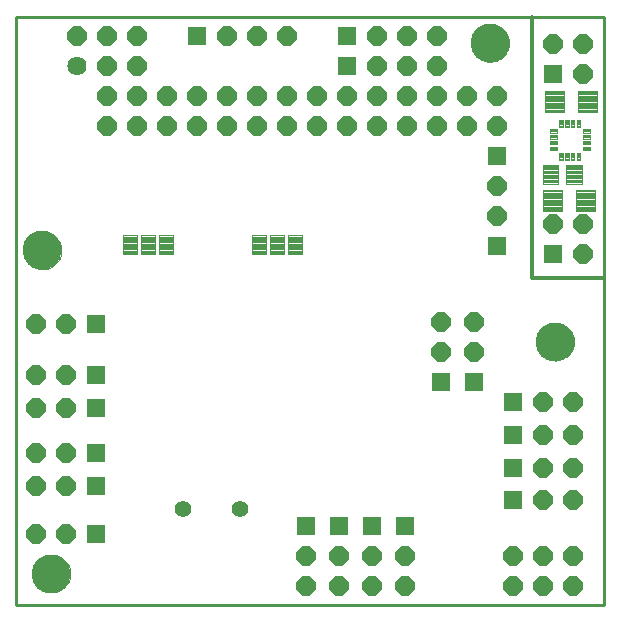
<source format=gbs>
G75*
G70*
%OFA0B0*%
%FSLAX24Y24*%
%IPPOS*%
%LPD*%
%AMOC8*
5,1,8,0,0,1.08239X$1,22.5*
%
%ADD10C,0.0000*%
%ADD11C,0.1300*%
%ADD12C,0.0100*%
%ADD13C,0.0120*%
%ADD14OC8,0.0640*%
%ADD15C,0.0560*%
%ADD16C,0.0640*%
%ADD17R,0.0640X0.0640*%
%ADD18C,0.0040*%
%ADD19C,0.0041*%
%ADD20C,0.0040*%
%ADD21C,0.0044*%
D10*
X000873Y001262D02*
X000875Y001312D01*
X000881Y001362D01*
X000891Y001411D01*
X000905Y001459D01*
X000922Y001506D01*
X000943Y001551D01*
X000968Y001595D01*
X000996Y001636D01*
X001028Y001675D01*
X001062Y001712D01*
X001099Y001746D01*
X001139Y001776D01*
X001181Y001803D01*
X001225Y001827D01*
X001271Y001848D01*
X001318Y001864D01*
X001366Y001877D01*
X001416Y001886D01*
X001465Y001891D01*
X001516Y001892D01*
X001566Y001889D01*
X001615Y001882D01*
X001664Y001871D01*
X001712Y001856D01*
X001758Y001838D01*
X001803Y001816D01*
X001846Y001790D01*
X001887Y001761D01*
X001926Y001729D01*
X001962Y001694D01*
X001994Y001656D01*
X002024Y001616D01*
X002051Y001573D01*
X002074Y001529D01*
X002093Y001483D01*
X002109Y001435D01*
X002121Y001386D01*
X002129Y001337D01*
X002133Y001287D01*
X002133Y001237D01*
X002129Y001187D01*
X002121Y001138D01*
X002109Y001089D01*
X002093Y001041D01*
X002074Y000995D01*
X002051Y000951D01*
X002024Y000908D01*
X001994Y000868D01*
X001962Y000830D01*
X001926Y000795D01*
X001887Y000763D01*
X001846Y000734D01*
X001803Y000708D01*
X001758Y000686D01*
X001712Y000668D01*
X001664Y000653D01*
X001615Y000642D01*
X001566Y000635D01*
X001516Y000632D01*
X001465Y000633D01*
X001416Y000638D01*
X001366Y000647D01*
X001318Y000660D01*
X001271Y000676D01*
X001225Y000697D01*
X001181Y000721D01*
X001139Y000748D01*
X001099Y000778D01*
X001062Y000812D01*
X001028Y000849D01*
X000996Y000888D01*
X000968Y000929D01*
X000943Y000973D01*
X000922Y001018D01*
X000905Y001065D01*
X000891Y001113D01*
X000881Y001162D01*
X000875Y001212D01*
X000873Y001262D01*
X017663Y008992D02*
X017665Y009042D01*
X017671Y009092D01*
X017681Y009141D01*
X017695Y009189D01*
X017712Y009236D01*
X017733Y009281D01*
X017758Y009325D01*
X017786Y009366D01*
X017818Y009405D01*
X017852Y009442D01*
X017889Y009476D01*
X017929Y009506D01*
X017971Y009533D01*
X018015Y009557D01*
X018061Y009578D01*
X018108Y009594D01*
X018156Y009607D01*
X018206Y009616D01*
X018255Y009621D01*
X018306Y009622D01*
X018356Y009619D01*
X018405Y009612D01*
X018454Y009601D01*
X018502Y009586D01*
X018548Y009568D01*
X018593Y009546D01*
X018636Y009520D01*
X018677Y009491D01*
X018716Y009459D01*
X018752Y009424D01*
X018784Y009386D01*
X018814Y009346D01*
X018841Y009303D01*
X018864Y009259D01*
X018883Y009213D01*
X018899Y009165D01*
X018911Y009116D01*
X018919Y009067D01*
X018923Y009017D01*
X018923Y008967D01*
X018919Y008917D01*
X018911Y008868D01*
X018899Y008819D01*
X018883Y008771D01*
X018864Y008725D01*
X018841Y008681D01*
X018814Y008638D01*
X018784Y008598D01*
X018752Y008560D01*
X018716Y008525D01*
X018677Y008493D01*
X018636Y008464D01*
X018593Y008438D01*
X018548Y008416D01*
X018502Y008398D01*
X018454Y008383D01*
X018405Y008372D01*
X018356Y008365D01*
X018306Y008362D01*
X018255Y008363D01*
X018206Y008368D01*
X018156Y008377D01*
X018108Y008390D01*
X018061Y008406D01*
X018015Y008427D01*
X017971Y008451D01*
X017929Y008478D01*
X017889Y008508D01*
X017852Y008542D01*
X017818Y008579D01*
X017786Y008618D01*
X017758Y008659D01*
X017733Y008703D01*
X017712Y008748D01*
X017695Y008795D01*
X017681Y008843D01*
X017671Y008892D01*
X017665Y008942D01*
X017663Y008992D01*
X000573Y012032D02*
X000575Y012082D01*
X000581Y012132D01*
X000591Y012181D01*
X000605Y012229D01*
X000622Y012276D01*
X000643Y012321D01*
X000668Y012365D01*
X000696Y012406D01*
X000728Y012445D01*
X000762Y012482D01*
X000799Y012516D01*
X000839Y012546D01*
X000881Y012573D01*
X000925Y012597D01*
X000971Y012618D01*
X001018Y012634D01*
X001066Y012647D01*
X001116Y012656D01*
X001165Y012661D01*
X001216Y012662D01*
X001266Y012659D01*
X001315Y012652D01*
X001364Y012641D01*
X001412Y012626D01*
X001458Y012608D01*
X001503Y012586D01*
X001546Y012560D01*
X001587Y012531D01*
X001626Y012499D01*
X001662Y012464D01*
X001694Y012426D01*
X001724Y012386D01*
X001751Y012343D01*
X001774Y012299D01*
X001793Y012253D01*
X001809Y012205D01*
X001821Y012156D01*
X001829Y012107D01*
X001833Y012057D01*
X001833Y012007D01*
X001829Y011957D01*
X001821Y011908D01*
X001809Y011859D01*
X001793Y011811D01*
X001774Y011765D01*
X001751Y011721D01*
X001724Y011678D01*
X001694Y011638D01*
X001662Y011600D01*
X001626Y011565D01*
X001587Y011533D01*
X001546Y011504D01*
X001503Y011478D01*
X001458Y011456D01*
X001412Y011438D01*
X001364Y011423D01*
X001315Y011412D01*
X001266Y011405D01*
X001216Y011402D01*
X001165Y011403D01*
X001116Y011408D01*
X001066Y011417D01*
X001018Y011430D01*
X000971Y011446D01*
X000925Y011467D01*
X000881Y011491D01*
X000839Y011518D01*
X000799Y011548D01*
X000762Y011582D01*
X000728Y011619D01*
X000696Y011658D01*
X000668Y011699D01*
X000643Y011743D01*
X000622Y011788D01*
X000605Y011835D01*
X000591Y011883D01*
X000581Y011932D01*
X000575Y011982D01*
X000573Y012032D01*
X015493Y018952D02*
X015495Y019002D01*
X015501Y019052D01*
X015511Y019101D01*
X015525Y019149D01*
X015542Y019196D01*
X015563Y019241D01*
X015588Y019285D01*
X015616Y019326D01*
X015648Y019365D01*
X015682Y019402D01*
X015719Y019436D01*
X015759Y019466D01*
X015801Y019493D01*
X015845Y019517D01*
X015891Y019538D01*
X015938Y019554D01*
X015986Y019567D01*
X016036Y019576D01*
X016085Y019581D01*
X016136Y019582D01*
X016186Y019579D01*
X016235Y019572D01*
X016284Y019561D01*
X016332Y019546D01*
X016378Y019528D01*
X016423Y019506D01*
X016466Y019480D01*
X016507Y019451D01*
X016546Y019419D01*
X016582Y019384D01*
X016614Y019346D01*
X016644Y019306D01*
X016671Y019263D01*
X016694Y019219D01*
X016713Y019173D01*
X016729Y019125D01*
X016741Y019076D01*
X016749Y019027D01*
X016753Y018977D01*
X016753Y018927D01*
X016749Y018877D01*
X016741Y018828D01*
X016729Y018779D01*
X016713Y018731D01*
X016694Y018685D01*
X016671Y018641D01*
X016644Y018598D01*
X016614Y018558D01*
X016582Y018520D01*
X016546Y018485D01*
X016507Y018453D01*
X016466Y018424D01*
X016423Y018398D01*
X016378Y018376D01*
X016332Y018358D01*
X016284Y018343D01*
X016235Y018332D01*
X016186Y018325D01*
X016136Y018322D01*
X016085Y018323D01*
X016036Y018328D01*
X015986Y018337D01*
X015938Y018350D01*
X015891Y018366D01*
X015845Y018387D01*
X015801Y018411D01*
X015759Y018438D01*
X015719Y018468D01*
X015682Y018502D01*
X015648Y018539D01*
X015616Y018578D01*
X015588Y018619D01*
X015563Y018663D01*
X015542Y018708D01*
X015525Y018755D01*
X015511Y018803D01*
X015501Y018852D01*
X015495Y018902D01*
X015493Y018952D01*
D11*
X016123Y018952D03*
X001203Y012032D03*
X018293Y008992D03*
X001503Y001262D03*
D12*
X000333Y000222D02*
X000333Y019822D01*
X017533Y019822D01*
X019933Y019822D01*
X019933Y011122D01*
X019933Y000222D01*
X000333Y000222D01*
D13*
X017533Y011122D02*
X017533Y019822D01*
X017533Y011122D02*
X019933Y011122D01*
D14*
X019233Y011922D03*
X019233Y012922D03*
X018233Y012922D03*
X016371Y013182D03*
X016371Y014182D03*
X016373Y016182D03*
X015363Y016182D03*
X014363Y016182D03*
X013363Y016182D03*
X012363Y016182D03*
X011363Y016182D03*
X010363Y016182D03*
X009363Y016182D03*
X008363Y016182D03*
X007363Y016182D03*
X006363Y016182D03*
X005363Y016182D03*
X004363Y016182D03*
X003363Y016182D03*
X003363Y017182D03*
X004363Y017182D03*
X005363Y017182D03*
X006363Y017182D03*
X007363Y017182D03*
X008363Y017182D03*
X009363Y017182D03*
X010363Y017182D03*
X011363Y017182D03*
X012363Y017182D03*
X013363Y017182D03*
X014363Y017182D03*
X015363Y017182D03*
X016373Y017182D03*
X014373Y018182D03*
X013373Y018182D03*
X012373Y018182D03*
X012370Y019178D03*
X013370Y019178D03*
X014370Y019178D03*
X018232Y018916D03*
X019232Y018916D03*
X019232Y017916D03*
X009370Y019187D03*
X008370Y019187D03*
X007370Y019187D03*
X004369Y019173D03*
X003369Y019173D03*
X002369Y019173D03*
X003369Y018173D03*
X004369Y018173D03*
X014483Y009652D03*
X015583Y009652D03*
X015583Y008652D03*
X014483Y008652D03*
X017883Y006995D03*
X018883Y006995D03*
X018883Y005895D03*
X017883Y005895D03*
X017883Y004795D03*
X018883Y004795D03*
X018883Y003698D03*
X017883Y003698D03*
X017878Y001852D03*
X016878Y001852D03*
X016878Y000852D03*
X017878Y000852D03*
X018878Y000852D03*
X018878Y001852D03*
X013283Y001852D03*
X012183Y001852D03*
X011083Y001852D03*
X009983Y001852D03*
X009983Y000852D03*
X011083Y000852D03*
X012183Y000852D03*
X013283Y000852D03*
X001983Y002582D03*
X000983Y002582D03*
X000983Y004185D03*
X001983Y004185D03*
X001983Y005288D03*
X000983Y005288D03*
X000983Y006785D03*
X001983Y006785D03*
X001983Y007889D03*
X000983Y007889D03*
X000982Y009582D03*
X001982Y009582D03*
D15*
X005894Y003407D03*
X007794Y003407D03*
D16*
X002369Y018173D03*
D17*
X006370Y019187D03*
X011370Y019178D03*
X011373Y018182D03*
X016373Y015182D03*
X018232Y017916D03*
X016371Y012182D03*
X018233Y011922D03*
X015583Y007652D03*
X014483Y007652D03*
X016883Y006995D03*
X016883Y005895D03*
X016883Y004795D03*
X016883Y003698D03*
X013283Y002852D03*
X012183Y002852D03*
X011083Y002852D03*
X009983Y002852D03*
X002983Y002582D03*
X002983Y004185D03*
X002983Y005288D03*
X002983Y006785D03*
X002983Y007889D03*
X002982Y009582D03*
D18*
X003903Y011907D02*
X004363Y011907D01*
X003903Y011907D02*
X003903Y012537D01*
X004363Y012537D01*
X004363Y011907D01*
X004363Y011946D02*
X003903Y011946D01*
X003903Y011985D02*
X004363Y011985D01*
X004363Y012024D02*
X003903Y012024D01*
X003903Y012063D02*
X004363Y012063D01*
X004363Y012102D02*
X003903Y012102D01*
X003903Y012141D02*
X004363Y012141D01*
X004363Y012180D02*
X003903Y012180D01*
X003903Y012219D02*
X004363Y012219D01*
X004363Y012258D02*
X003903Y012258D01*
X003903Y012297D02*
X004363Y012297D01*
X004363Y012336D02*
X003903Y012336D01*
X003903Y012375D02*
X004363Y012375D01*
X004363Y012414D02*
X003903Y012414D01*
X003903Y012453D02*
X004363Y012453D01*
X004363Y012492D02*
X003903Y012492D01*
X003903Y012531D02*
X004363Y012531D01*
X004503Y011907D02*
X004963Y011907D01*
X004503Y011907D02*
X004503Y012537D01*
X004963Y012537D01*
X004963Y011907D01*
X004963Y011946D02*
X004503Y011946D01*
X004503Y011985D02*
X004963Y011985D01*
X004963Y012024D02*
X004503Y012024D01*
X004503Y012063D02*
X004963Y012063D01*
X004963Y012102D02*
X004503Y012102D01*
X004503Y012141D02*
X004963Y012141D01*
X004963Y012180D02*
X004503Y012180D01*
X004503Y012219D02*
X004963Y012219D01*
X004963Y012258D02*
X004503Y012258D01*
X004503Y012297D02*
X004963Y012297D01*
X004963Y012336D02*
X004503Y012336D01*
X004503Y012375D02*
X004963Y012375D01*
X004963Y012414D02*
X004503Y012414D01*
X004503Y012453D02*
X004963Y012453D01*
X004963Y012492D02*
X004503Y012492D01*
X004503Y012531D02*
X004963Y012531D01*
X005103Y011907D02*
X005563Y011907D01*
X005103Y011907D02*
X005103Y012537D01*
X005563Y012537D01*
X005563Y011907D01*
X005563Y011946D02*
X005103Y011946D01*
X005103Y011985D02*
X005563Y011985D01*
X005563Y012024D02*
X005103Y012024D01*
X005103Y012063D02*
X005563Y012063D01*
X005563Y012102D02*
X005103Y012102D01*
X005103Y012141D02*
X005563Y012141D01*
X005563Y012180D02*
X005103Y012180D01*
X005103Y012219D02*
X005563Y012219D01*
X005563Y012258D02*
X005103Y012258D01*
X005103Y012297D02*
X005563Y012297D01*
X005563Y012336D02*
X005103Y012336D01*
X005103Y012375D02*
X005563Y012375D01*
X005563Y012414D02*
X005103Y012414D01*
X005103Y012453D02*
X005563Y012453D01*
X005563Y012492D02*
X005103Y012492D01*
X005103Y012531D02*
X005563Y012531D01*
X008203Y011907D02*
X008663Y011907D01*
X008203Y011907D02*
X008203Y012537D01*
X008663Y012537D01*
X008663Y011907D01*
X008663Y011946D02*
X008203Y011946D01*
X008203Y011985D02*
X008663Y011985D01*
X008663Y012024D02*
X008203Y012024D01*
X008203Y012063D02*
X008663Y012063D01*
X008663Y012102D02*
X008203Y012102D01*
X008203Y012141D02*
X008663Y012141D01*
X008663Y012180D02*
X008203Y012180D01*
X008203Y012219D02*
X008663Y012219D01*
X008663Y012258D02*
X008203Y012258D01*
X008203Y012297D02*
X008663Y012297D01*
X008663Y012336D02*
X008203Y012336D01*
X008203Y012375D02*
X008663Y012375D01*
X008663Y012414D02*
X008203Y012414D01*
X008203Y012453D02*
X008663Y012453D01*
X008663Y012492D02*
X008203Y012492D01*
X008203Y012531D02*
X008663Y012531D01*
X008803Y011907D02*
X009263Y011907D01*
X008803Y011907D02*
X008803Y012537D01*
X009263Y012537D01*
X009263Y011907D01*
X009263Y011946D02*
X008803Y011946D01*
X008803Y011985D02*
X009263Y011985D01*
X009263Y012024D02*
X008803Y012024D01*
X008803Y012063D02*
X009263Y012063D01*
X009263Y012102D02*
X008803Y012102D01*
X008803Y012141D02*
X009263Y012141D01*
X009263Y012180D02*
X008803Y012180D01*
X008803Y012219D02*
X009263Y012219D01*
X009263Y012258D02*
X008803Y012258D01*
X008803Y012297D02*
X009263Y012297D01*
X009263Y012336D02*
X008803Y012336D01*
X008803Y012375D02*
X009263Y012375D01*
X009263Y012414D02*
X008803Y012414D01*
X008803Y012453D02*
X009263Y012453D01*
X009263Y012492D02*
X008803Y012492D01*
X008803Y012531D02*
X009263Y012531D01*
X009403Y011907D02*
X009863Y011907D01*
X009403Y011907D02*
X009403Y012537D01*
X009863Y012537D01*
X009863Y011907D01*
X009863Y011946D02*
X009403Y011946D01*
X009403Y011985D02*
X009863Y011985D01*
X009863Y012024D02*
X009403Y012024D01*
X009403Y012063D02*
X009863Y012063D01*
X009863Y012102D02*
X009403Y012102D01*
X009403Y012141D02*
X009863Y012141D01*
X009863Y012180D02*
X009403Y012180D01*
X009403Y012219D02*
X009863Y012219D01*
X009863Y012258D02*
X009403Y012258D01*
X009403Y012297D02*
X009863Y012297D01*
X009863Y012336D02*
X009403Y012336D01*
X009403Y012375D02*
X009863Y012375D01*
X009863Y012414D02*
X009403Y012414D01*
X009403Y012453D02*
X009863Y012453D01*
X009863Y012492D02*
X009403Y012492D01*
X009403Y012531D02*
X009863Y012531D01*
D19*
X018349Y015367D02*
X018349Y015485D01*
X018349Y015367D02*
X018113Y015367D01*
X018113Y015485D01*
X018349Y015485D01*
X018349Y015407D02*
X018113Y015407D01*
X018113Y015447D02*
X018349Y015447D01*
X018349Y015564D02*
X018349Y015682D01*
X018349Y015564D02*
X018113Y015564D01*
X018113Y015682D01*
X018349Y015682D01*
X018349Y015604D02*
X018113Y015604D01*
X018113Y015644D02*
X018349Y015644D01*
X018349Y015761D02*
X018349Y015879D01*
X018349Y015761D02*
X018113Y015761D01*
X018113Y015879D01*
X018349Y015879D01*
X018349Y015801D02*
X018113Y015801D01*
X018113Y015841D02*
X018349Y015841D01*
X018349Y015958D02*
X018349Y016076D01*
X018349Y015958D02*
X018113Y015958D01*
X018113Y016076D01*
X018349Y016076D01*
X018349Y015998D02*
X018113Y015998D01*
X018113Y016038D02*
X018349Y016038D01*
X018428Y016391D02*
X018546Y016391D01*
X018546Y016155D01*
X018428Y016155D01*
X018428Y016391D01*
X018428Y016195D02*
X018546Y016195D01*
X018546Y016235D02*
X018428Y016235D01*
X018428Y016275D02*
X018546Y016275D01*
X018546Y016315D02*
X018428Y016315D01*
X018428Y016355D02*
X018546Y016355D01*
X018625Y016391D02*
X018743Y016391D01*
X018743Y016155D01*
X018625Y016155D01*
X018625Y016391D01*
X018625Y016195D02*
X018743Y016195D01*
X018743Y016235D02*
X018625Y016235D01*
X018625Y016275D02*
X018743Y016275D01*
X018743Y016315D02*
X018625Y016315D01*
X018625Y016355D02*
X018743Y016355D01*
X018822Y016391D02*
X018940Y016391D01*
X018940Y016155D01*
X018822Y016155D01*
X018822Y016391D01*
X018822Y016195D02*
X018940Y016195D01*
X018940Y016235D02*
X018822Y016235D01*
X018822Y016275D02*
X018940Y016275D01*
X018940Y016315D02*
X018822Y016315D01*
X018822Y016355D02*
X018940Y016355D01*
X019019Y016391D02*
X019137Y016391D01*
X019137Y016155D01*
X019019Y016155D01*
X019019Y016391D01*
X019019Y016195D02*
X019137Y016195D01*
X019137Y016235D02*
X019019Y016235D01*
X019019Y016275D02*
X019137Y016275D01*
X019137Y016315D02*
X019019Y016315D01*
X019019Y016355D02*
X019137Y016355D01*
X019216Y016076D02*
X019216Y015958D01*
X019216Y016076D02*
X019452Y016076D01*
X019452Y015958D01*
X019216Y015958D01*
X019216Y015998D02*
X019452Y015998D01*
X019452Y016038D02*
X019216Y016038D01*
X019216Y015879D02*
X019216Y015761D01*
X019216Y015879D02*
X019452Y015879D01*
X019452Y015761D01*
X019216Y015761D01*
X019216Y015801D02*
X019452Y015801D01*
X019452Y015841D02*
X019216Y015841D01*
X019216Y015682D02*
X019216Y015564D01*
X019216Y015682D02*
X019452Y015682D01*
X019452Y015564D01*
X019216Y015564D01*
X019216Y015604D02*
X019452Y015604D01*
X019452Y015644D02*
X019216Y015644D01*
X019216Y015485D02*
X019216Y015367D01*
X019216Y015485D02*
X019452Y015485D01*
X019452Y015367D01*
X019216Y015367D01*
X019216Y015407D02*
X019452Y015407D01*
X019452Y015447D02*
X019216Y015447D01*
X019137Y015053D02*
X019019Y015053D01*
X019019Y015289D01*
X019137Y015289D01*
X019137Y015053D01*
X019137Y015093D02*
X019019Y015093D01*
X019019Y015133D02*
X019137Y015133D01*
X019137Y015173D02*
X019019Y015173D01*
X019019Y015213D02*
X019137Y015213D01*
X019137Y015253D02*
X019019Y015253D01*
X018940Y015053D02*
X018822Y015053D01*
X018822Y015289D01*
X018940Y015289D01*
X018940Y015053D01*
X018940Y015093D02*
X018822Y015093D01*
X018822Y015133D02*
X018940Y015133D01*
X018940Y015173D02*
X018822Y015173D01*
X018822Y015213D02*
X018940Y015213D01*
X018940Y015253D02*
X018822Y015253D01*
X018743Y015053D02*
X018625Y015053D01*
X018625Y015289D01*
X018743Y015289D01*
X018743Y015053D01*
X018743Y015093D02*
X018625Y015093D01*
X018625Y015133D02*
X018743Y015133D01*
X018743Y015173D02*
X018625Y015173D01*
X018625Y015213D02*
X018743Y015213D01*
X018743Y015253D02*
X018625Y015253D01*
X018546Y015053D02*
X018428Y015053D01*
X018428Y015289D01*
X018546Y015289D01*
X018546Y015053D01*
X018546Y015093D02*
X018428Y015093D01*
X018428Y015133D02*
X018546Y015133D01*
X018546Y015173D02*
X018428Y015173D01*
X018428Y015213D02*
X018546Y015213D01*
X018546Y015253D02*
X018428Y015253D01*
D20*
X018516Y013338D02*
X017886Y013338D01*
X017886Y014046D01*
X018516Y014046D01*
X018516Y013338D01*
X018516Y013377D02*
X017886Y013377D01*
X017886Y013416D02*
X018516Y013416D01*
X018516Y013455D02*
X017886Y013455D01*
X017886Y013494D02*
X018516Y013494D01*
X018516Y013533D02*
X017886Y013533D01*
X017886Y013572D02*
X018516Y013572D01*
X018516Y013611D02*
X017886Y013611D01*
X017886Y013650D02*
X018516Y013650D01*
X018516Y013689D02*
X017886Y013689D01*
X017886Y013728D02*
X018516Y013728D01*
X018516Y013767D02*
X017886Y013767D01*
X017886Y013806D02*
X018516Y013806D01*
X018516Y013845D02*
X017886Y013845D01*
X017886Y013884D02*
X018516Y013884D01*
X018516Y013923D02*
X017886Y013923D01*
X017886Y013962D02*
X018516Y013962D01*
X018516Y014001D02*
X017886Y014001D01*
X017886Y014040D02*
X018516Y014040D01*
X018989Y013338D02*
X019619Y013338D01*
X018989Y013338D02*
X018989Y014046D01*
X019619Y014046D01*
X019619Y013338D01*
X019619Y013377D02*
X018989Y013377D01*
X018989Y013416D02*
X019619Y013416D01*
X019619Y013455D02*
X018989Y013455D01*
X018989Y013494D02*
X019619Y013494D01*
X019619Y013533D02*
X018989Y013533D01*
X018989Y013572D02*
X019619Y013572D01*
X019619Y013611D02*
X018989Y013611D01*
X018989Y013650D02*
X019619Y013650D01*
X019619Y013689D02*
X018989Y013689D01*
X018989Y013728D02*
X019619Y013728D01*
X019619Y013767D02*
X018989Y013767D01*
X018989Y013806D02*
X019619Y013806D01*
X019619Y013845D02*
X018989Y013845D01*
X018989Y013884D02*
X019619Y013884D01*
X019619Y013923D02*
X018989Y013923D01*
X018989Y013962D02*
X019619Y013962D01*
X019619Y014001D02*
X018989Y014001D01*
X018989Y014040D02*
X019619Y014040D01*
X019679Y017356D02*
X019049Y017356D01*
X019679Y017356D02*
X019679Y016648D01*
X019049Y016648D01*
X019049Y017356D01*
X019049Y016687D02*
X019679Y016687D01*
X019679Y016726D02*
X019049Y016726D01*
X019049Y016765D02*
X019679Y016765D01*
X019679Y016804D02*
X019049Y016804D01*
X019049Y016843D02*
X019679Y016843D01*
X019679Y016882D02*
X019049Y016882D01*
X019049Y016921D02*
X019679Y016921D01*
X019679Y016960D02*
X019049Y016960D01*
X019049Y016999D02*
X019679Y016999D01*
X019679Y017038D02*
X019049Y017038D01*
X019049Y017077D02*
X019679Y017077D01*
X019679Y017116D02*
X019049Y017116D01*
X019049Y017155D02*
X019679Y017155D01*
X019679Y017194D02*
X019049Y017194D01*
X019049Y017233D02*
X019679Y017233D01*
X019679Y017272D02*
X019049Y017272D01*
X019049Y017311D02*
X019679Y017311D01*
X019679Y017350D02*
X019049Y017350D01*
X018576Y017356D02*
X017946Y017356D01*
X018576Y017356D02*
X018576Y016648D01*
X017946Y016648D01*
X017946Y017356D01*
X017946Y016687D02*
X018576Y016687D01*
X018576Y016726D02*
X017946Y016726D01*
X017946Y016765D02*
X018576Y016765D01*
X018576Y016804D02*
X017946Y016804D01*
X017946Y016843D02*
X018576Y016843D01*
X018576Y016882D02*
X017946Y016882D01*
X017946Y016921D02*
X018576Y016921D01*
X018576Y016960D02*
X017946Y016960D01*
X017946Y016999D02*
X018576Y016999D01*
X018576Y017038D02*
X017946Y017038D01*
X017946Y017077D02*
X018576Y017077D01*
X018576Y017116D02*
X017946Y017116D01*
X017946Y017155D02*
X018576Y017155D01*
X018576Y017194D02*
X017946Y017194D01*
X017946Y017233D02*
X018576Y017233D01*
X018576Y017272D02*
X017946Y017272D01*
X017946Y017311D02*
X018576Y017311D01*
X018576Y017350D02*
X017946Y017350D01*
D21*
X017885Y014885D02*
X018393Y014885D01*
X018393Y014259D01*
X017885Y014259D01*
X017885Y014885D01*
X017885Y014302D02*
X018393Y014302D01*
X018393Y014345D02*
X017885Y014345D01*
X017885Y014388D02*
X018393Y014388D01*
X018393Y014431D02*
X017885Y014431D01*
X017885Y014474D02*
X018393Y014474D01*
X018393Y014517D02*
X017885Y014517D01*
X017885Y014560D02*
X018393Y014560D01*
X018393Y014603D02*
X017885Y014603D01*
X017885Y014646D02*
X018393Y014646D01*
X018393Y014689D02*
X017885Y014689D01*
X017885Y014732D02*
X018393Y014732D01*
X018393Y014775D02*
X017885Y014775D01*
X017885Y014818D02*
X018393Y014818D01*
X018393Y014861D02*
X017885Y014861D01*
X018672Y014885D02*
X019180Y014885D01*
X019180Y014259D01*
X018672Y014259D01*
X018672Y014885D01*
X018672Y014302D02*
X019180Y014302D01*
X019180Y014345D02*
X018672Y014345D01*
X018672Y014388D02*
X019180Y014388D01*
X019180Y014431D02*
X018672Y014431D01*
X018672Y014474D02*
X019180Y014474D01*
X019180Y014517D02*
X018672Y014517D01*
X018672Y014560D02*
X019180Y014560D01*
X019180Y014603D02*
X018672Y014603D01*
X018672Y014646D02*
X019180Y014646D01*
X019180Y014689D02*
X018672Y014689D01*
X018672Y014732D02*
X019180Y014732D01*
X019180Y014775D02*
X018672Y014775D01*
X018672Y014818D02*
X019180Y014818D01*
X019180Y014861D02*
X018672Y014861D01*
M02*

</source>
